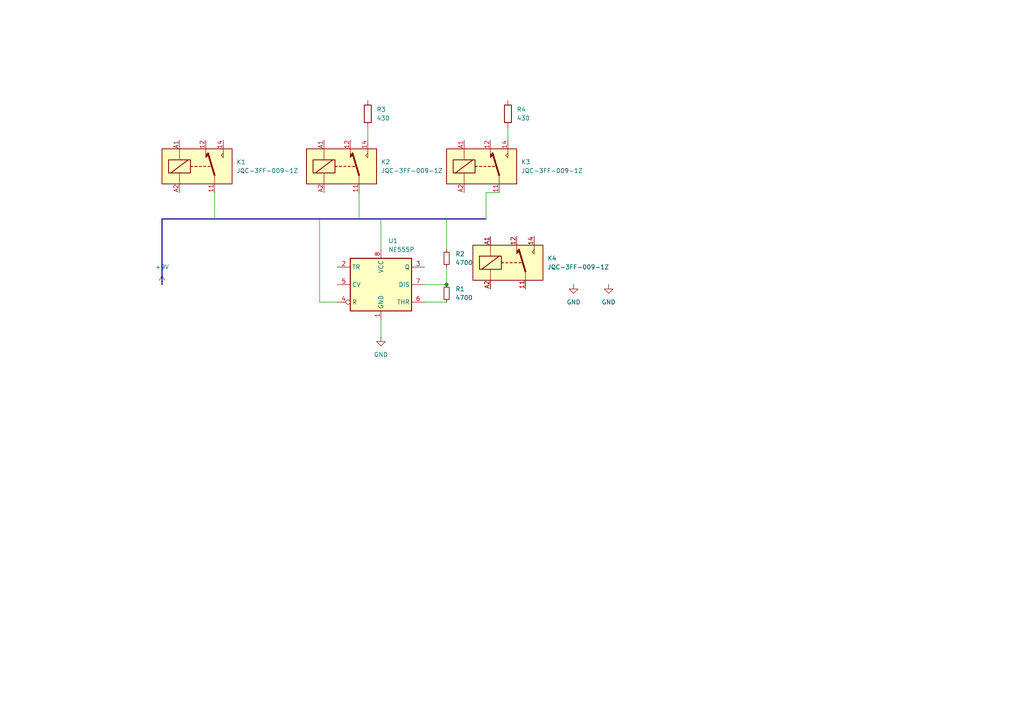
<source format=kicad_sch>
(kicad_sch (version 20250114) (generator "eeschema") (generator_version "9.0")
  (paper "A4")
  (lib_symbols
    (symbol "Device:R" (pin_numbers (hide yes)) (pin_names (offset 0))
      (property "Reference" "R" (at 2.032 0 90))
      (property "Value" "R" (at 0 0 90))
      (symbol "R_0_1"
        (rectangle (start -1.016 -2.54) (end 1.016 2.54) (stroke (width 0.254)))
      )
      (symbol "R_1_1"
        (pin passive line (at 0 3.81 270) (length 1.27) (name "~") (number "1"))
        (pin passive line (at 0 -3.81 90) (length 1.27) (name "~") (number "2"))
      )
    )
    (symbol "Device:R_Small" (pin_numbers (hide yes)) (pin_names (offset 0.254) (hide yes))
      (property "Reference" "R" (at 0.762 0.508 0))
      (property "Value" "R_Small" (at 0.762 -1.016 0))
      (symbol "R_Small_0_1"
        (rectangle (start -0.762 1.778) (end 0.762 -1.778) (stroke (width 0.2032)))
      )
      (symbol "R_Small_1_1"
        (pin passive line (at 0 2.54 270) (length 0.762) (name "~") (number "1"))
        (pin passive line (at 0 -2.54 90) (length 0.762) (name "~") (number "2"))
      )
    )
    (symbol "Relay:JQC-3FF-009-1Z"
      (property "Reference" "K" (at 11.43 3.81 0))
      (property "Value" "JQC-3FF-009-1Z" (at 11.43 1.27 0))
      (symbol "JQC-3FF-009-1Z_0_0"
        (polyline (pts (xy 7.62 5.08) (xy 7.62 2.54) (xy 6.985 3.175) (xy 7.62 3.81)))
      )
      (symbol "JQC-3FF-009-1Z_0_1"
        (rectangle (start -10.16 5.08) (end 10.16 -5.08) (stroke (width 0.254)) (fill (type background)))
        (rectangle (start -8.255 1.905) (end -1.905 -1.905) (stroke (width 0.254)))
        (polyline (pts (xy -7.62 -1.905) (xy -2.54 1.905)) (stroke (width 0.254)))
        (polyline (pts (xy -5.08 5.08) (xy -5.08 1.905)))
        (polyline (pts (xy -5.08 -5.08) (xy -5.08 -1.905)))
        (polyline (pts (xy -1.905 0) (xy -1.27 0)) (stroke (width 0.254)))
        (polyline (pts (xy -0.635 0) (xy 0 0)) (stroke (width 0.254)))
        (polyline (pts (xy 0.635 0) (xy 1.27 0)) (stroke (width 0.254)))
        (polyline (pts (xy 1.905 0) (xy 2.54 0)) (stroke (width 0.254)))
        (polyline (pts (xy 2.54 5.08) (xy 2.54 2.54) (xy 3.175 3.175) (xy 2.54 3.81)) (fill (type outline)))
        (polyline (pts (xy 3.175 0) (xy 3.81 0)) (stroke (width 0.254)))
        (polyline (pts (xy 5.08 -2.54) (xy 3.175 3.81)) (stroke (width 0.508)))
        (polyline (pts (xy 5.08 -2.54) (xy 5.08 -5.08)))
      )
      (symbol "JQC-3FF-009-1Z_1_1"
        (pin passive line (at -5.08 7.62 270) (length 2.54) (name "~") (number "A1"))
        (pin passive line (at -5.08 -7.62 90) (length 2.54) (name "~") (number "A2"))
        (pin passive line (at 2.54 7.62 270) (length 2.54) (name "~") (number "12"))
        (pin passive line (at 5.08 -7.62 90) (length 2.54) (name "~") (number "11"))
        (pin passive line (at 7.62 7.62 270) (length 2.54) (name "~") (number "14"))
      )
    )
    (symbol "Timer:NE555P"
      (property "Reference" "U" (at -10.16 8.89 0))
      (property "Value" "NE555P" (at 2.54 8.89 0))
      (symbol "NE555P_0_0"
        (pin power_in line (at 0 10.16 270) (length 2.54) (name "VCC") (number "8"))
        (pin power_in line (at 0 -10.16 90) (length 2.54) (name "GND") (number "1"))
      )
      (symbol "NE555P_0_1"
        (rectangle (start -8.89 -7.62) (end 8.89 7.62) (stroke (width 0.254)) (fill (type background)))
        (rectangle (start -8.89 -7.62) (end 8.89 7.62) (stroke (width 0.254)) (fill (type background)))
      )
      (symbol "NE555P_1_1"
        (pin input line (at -12.7 5.08 0) (length 3.81) (name "TR") (number "2"))
        (pin input line (at -12.7 0 0) (length 3.81) (name "CV") (number "5"))
        (pin input inverted (at -12.7 -5.08 0) (length 3.81) (name "R") (number "4"))
        (pin output line (at 12.7 5.08 180) (length 3.81) (name "Q") (number "3"))
        (pin input line (at 12.7 0 180) (length 3.81) (name "DIS") (number "7"))
        (pin input line (at 12.7 -5.08 180) (length 3.81) (name "THR") (number "6"))
      )
    )
    (symbol "power:+9V" (power) (pin_numbers (hide yes)) (pin_names (offset 0) (hide yes))
      (property "Value" "+9V" (at 0 3.556 0))
      (symbol "+9V_0_1"
        (polyline (pts (xy -0.762 1.27) (xy 0 2.54)))
        (polyline (pts (xy 0 2.54) (xy 0.762 1.27)))
        (polyline (pts (xy 0 0) (xy 0 2.54)))
      )
      (symbol "+9V_1_1"
        (pin power_in line (at 0 0 90) (length 0) (name "~") (number "1"))
      )
    )
    (symbol "power:GND" (power) (pin_numbers (hide yes)) (pin_names (offset 0) (hide yes))
      (property "Value" "GND" (at 0 -3.81 0))
      (symbol "GND_0_1"
        (polyline (pts (xy 0 0) (xy 0 -1.27) (xy 1.27 -1.27) (xy 0 -2.54) (xy -1.27 -1.27) (xy 0 -1.27)))
      )
      (symbol "GND_1_1"
        (pin power_in line (at 0 0 270) (length 0) (name "~") (number "1"))
      )
    )
  )
  (junction (at 129.54 82.55))
  (wire (pts (xy 104.14 55.88) (xy 104.14 63.5)))
  (wire (pts (xy 123.19 87.63) (xy 129.54 87.63)))
  (wire (pts (xy 92.71 63.5) (xy 92.71 87.63)))
  (bus (pts (xy 46.99 82.55) (xy 46.99 63.5)))
  (wire (pts (xy 123.19 82.55) (xy 129.54 82.55)))
  (wire (pts (xy 140.97 63.5) (xy 140.97 55.88)))
  (wire (pts (xy 147.32 36.83) (xy 147.32 40.64)))
  (wire (pts (xy 62.23 55.88) (xy 62.23 63.5)))
  (wire (pts (xy 129.54 63.5) (xy 129.54 72.39)))
  (wire (pts (xy 110.49 92.71) (xy 110.49 97.79)))
  (wire (pts (xy 110.49 63.5) (xy 110.49 72.39)))
  (bus (pts (xy 46.99 63.5) (xy 140.97 63.5)))
  (wire (pts (xy 129.54 82.55) (xy 129.54 77.47)))
  (wire (pts (xy 92.71 87.63) (xy 97.79 87.63)))
  (wire (pts (xy 106.68 36.83) (xy 106.68 40.64)))
  (wire (pts (xy 140.97 55.88) (xy 144.78 55.88)))
  (symbol (lib_id "power:+9V") (at 46.99 82.55 0) (unit 1)
    (property "Reference" "#PWR01" (effects (hide yes)))
    (property "Value" "+9V" (at 46.99 77.47 0))
    (property "Description" "Power symbol creates a global label with name \"+9V\"" (effects (hide yes)))
  )
  (symbol (lib_id "Device:R") (at 147.32 33.02 0) (unit 1)
    (property "Reference" "R4" (at 149.86 31.7499 0) (effects (justify left)))
    (property "Value" "430" (at 149.86 34.2899 0) (effects (justify left)))
    (property "Description" "Resistor" (effects (hide yes)))
  )
  (symbol (lib_id "Relay:JQC-3FF-009-1Z") (at 99.06 48.26 0) (unit 1)
    (property "Reference" "K2" (at 110.49 46.9899 0) (effects (justify left)))
    (property "Value" "JQC-3FF-009-1Z" (at 110.49 49.5299 0) (effects (justify left)))
    (property "Footprint" "Relay_THT:Relay_SPDT_Hongfa_JQC-3FF_0XX-1Z" (effects (hide yes)))
    (property "Datasheet" "https://www.digikey.com/htmldatasheets/production/2071105/0/0/1/JQC-3FF.pdf" (effects (hide yes)))
    (property "Description" "Subminiature High Power SPDT Relay, 9V Coil nom. 0.36W, 10A switching current, max 10A@277VAC/28VDC" (effects (hide yes)))
  )
  (symbol (lib_id "Relay:JQC-3FF-009-1Z") (at 57.15 48.26 0) (unit 1)
    (property "Reference" "K1" (at 68.58 46.9899 0) (effects (justify left)))
    (property "Value" "JQC-3FF-009-1Z" (at 68.58 49.5299 0) (effects (justify left)))
    (property "Footprint" "Relay_THT:Relay_SPDT_Hongfa_JQC-3FF_0XX-1Z" (effects (hide yes)))
    (property "Datasheet" "https://www.digikey.com/htmldatasheets/production/2071105/0/0/1/JQC-3FF.pdf" (effects (hide yes)))
    (property "Description" "Subminiature High Power SPDT Relay, 9V Coil nom. 0.36W, 10A switching current, max 10A@277VAC/28VDC" (effects (hide yes)))
  )
  (symbol (lib_id "power:GND") (at 110.49 97.79 0) (unit 1)
    (property "Reference" "#PWR04" (effects (hide yes)))
    (property "Value" "GND" (at 110.49 102.87 0))
    (property "Description" "Power symbol creates a global label with name \"GND\" , ground" (effects (hide yes)))
  )
  (symbol (lib_id "Timer:NE555P") (at 110.49 82.55 0) (unit 1)
    (property "Reference" "U1" (at 112.6333 69.85 0) (effects (justify left)))
    (property "Value" "NE555P" (at 112.6333 72.39 0) (effects (justify left)))
    (property "Footprint" "Package_DIP:DIP-8_W7.62mm" (effects (hide yes)))
    (property "Datasheet" "http://www.ti.com/lit/ds/symlink/ne555.pdf" (effects (hide yes)))
    (property "Description" "Precision Timers, 555 compatible,  PDIP-8" (effects (hide yes)))
  )
  (symbol (lib_id "power:GND") (at 166.37 82.55 0) (unit 1)
    (property "Reference" "#PWR03" (effects (hide yes)))
    (property "Value" "GND" (at 166.37 87.63 0))
    (property "Description" "Power symbol creates a global label with name \"GND\" , ground" (effects (hide yes)))
  )
  (symbol (lib_id "Device:R") (at 106.68 33.02 0) (unit 1)
    (property "Reference" "R3" (at 109.22 31.7499 0) (effects (justify left)))
    (property "Value" "430" (at 109.22 34.2899 0) (effects (justify left)))
    (property "Description" "Resistor" (effects (hide yes)))
  )
  (symbol (lib_id "Relay:JQC-3FF-009-1Z") (at 139.7 48.26 0) (unit 1)
    (property "Reference" "K3" (at 151.13 46.9899 0) (effects (justify left)))
    (property "Value" "JQC-3FF-009-1Z" (at 151.13 49.5299 0) (effects (justify left)))
    (property "Footprint" "Relay_THT:Relay_SPDT_Hongfa_JQC-3FF_0XX-1Z" (effects (hide yes)))
    (property "Datasheet" "https://www.digikey.com/htmldatasheets/production/2071105/0/0/1/JQC-3FF.pdf" (effects (hide yes)))
    (property "Description" "Subminiature High Power SPDT Relay, 9V Coil nom. 0.36W, 10A switching current, max 10A@277VAC/28VDC" (effects (hide yes)))
  )
  (symbol (lib_id "Device:R_Small") (at 129.54 74.93 0) (unit 1)
    (property "Reference" "R2" (at 132.08 73.6599 0) (effects (justify left)))
    (property "Value" "4700" (at 132.08 76.1999 0) (effects (justify left)))
    (property "Description" "Resistor, small symbol" (effects (hide yes)))
  )
  (symbol (lib_id "Relay:JQC-3FF-009-1Z") (at 147.32 76.2 0) (unit 1)
    (property "Reference" "K4" (at 158.75 74.9299 0) (effects (justify left)))
    (property "Value" "JQC-3FF-009-1Z" (at 158.75 77.4699 0) (effects (justify left)))
    (property "Footprint" "Relay_THT:Relay_SPDT_Hongfa_JQC-3FF_0XX-1Z" (effects (hide yes)))
    (property "Datasheet" "https://www.digikey.com/htmldatasheets/production/2071105/0/0/1/JQC-3FF.pdf" (effects (hide yes)))
    (property "Description" "Subminiature High Power SPDT Relay, 9V Coil nom. 0.36W, 10A switching current, max 10A@277VAC/28VDC" (effects (hide yes)))
  )
  (symbol (lib_id "Device:R_Small") (at 129.54 85.09 0) (unit 1)
    (property "Reference" "R1" (at 132.08 83.8199 0) (effects (justify left)))
    (property "Value" "4700" (at 132.08 86.3599 0) (effects (justify left)))
    (property "Description" "Resistor, small symbol" (effects (hide yes)))
  )
  (symbol (lib_id "power:GND") (at 176.53 82.55 0) (unit 1)
    (property "Reference" "#PWR02" (effects (hide yes)))
    (property "Value" "GND" (at 176.53 87.63 0))
    (property "Description" "Power symbol creates a global label with name \"GND\" , ground" (effects (hide yes)))
  )
)
</source>
